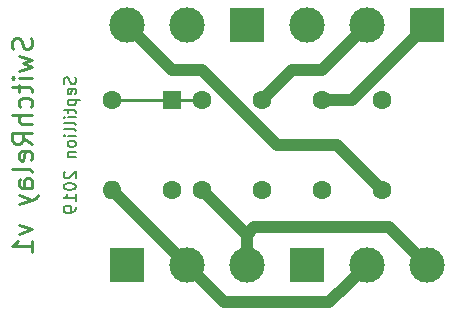
<source format=gbl>
G04 #@! TF.GenerationSoftware,KiCad,Pcbnew,(5.1.4)-1*
G04 #@! TF.CreationDate,2019-08-31T15:58:00+02:00*
G04 #@! TF.ProjectId,SwitchRelay,53776974-6368-4526-956c-61792e6b6963,1.0*
G04 #@! TF.SameCoordinates,Original*
G04 #@! TF.FileFunction,Copper,L2,Bot*
G04 #@! TF.FilePolarity,Positive*
%FSLAX46Y46*%
G04 Gerber Fmt 4.6, Leading zero omitted, Abs format (unit mm)*
G04 Created by KiCad (PCBNEW (5.1.4)-1) date 2019-08-31 15:58:00*
%MOMM*%
%LPD*%
G04 APERTURE LIST*
%ADD10C,0.254000*%
%ADD11C,0.203200*%
%ADD12C,3.000000*%
%ADD13R,3.000000X3.000000*%
%ADD14O,1.600000X1.600000*%
%ADD15C,1.600000*%
%ADD16R,1.600000X1.600000*%
%ADD17C,1.016000*%
%ADD18C,0.250000*%
G04 APERTURE END LIST*
D10*
X120773261Y-107163809D02*
X120851880Y-107399666D01*
X120851880Y-107792761D01*
X120773261Y-107950000D01*
X120694642Y-108028619D01*
X120537404Y-108107238D01*
X120380166Y-108107238D01*
X120222928Y-108028619D01*
X120144309Y-107950000D01*
X120065690Y-107792761D01*
X119987071Y-107478285D01*
X119908452Y-107321047D01*
X119829833Y-107242428D01*
X119672595Y-107163809D01*
X119515357Y-107163809D01*
X119358119Y-107242428D01*
X119279500Y-107321047D01*
X119200880Y-107478285D01*
X119200880Y-107871380D01*
X119279500Y-108107238D01*
X119751214Y-108657571D02*
X120851880Y-108972047D01*
X120065690Y-109286523D01*
X120851880Y-109601000D01*
X119751214Y-109915476D01*
X120851880Y-110544428D02*
X119751214Y-110544428D01*
X119200880Y-110544428D02*
X119279500Y-110465809D01*
X119358119Y-110544428D01*
X119279500Y-110623047D01*
X119200880Y-110544428D01*
X119358119Y-110544428D01*
X119751214Y-111094761D02*
X119751214Y-111723714D01*
X119200880Y-111330619D02*
X120616023Y-111330619D01*
X120773261Y-111409238D01*
X120851880Y-111566476D01*
X120851880Y-111723714D01*
X120773261Y-112981619D02*
X120851880Y-112824380D01*
X120851880Y-112509904D01*
X120773261Y-112352666D01*
X120694642Y-112274047D01*
X120537404Y-112195428D01*
X120065690Y-112195428D01*
X119908452Y-112274047D01*
X119829833Y-112352666D01*
X119751214Y-112509904D01*
X119751214Y-112824380D01*
X119829833Y-112981619D01*
X120851880Y-113689190D02*
X119200880Y-113689190D01*
X120851880Y-114396761D02*
X119987071Y-114396761D01*
X119829833Y-114318142D01*
X119751214Y-114160904D01*
X119751214Y-113925047D01*
X119829833Y-113767809D01*
X119908452Y-113689190D01*
X120851880Y-116126380D02*
X120065690Y-115576047D01*
X120851880Y-115182952D02*
X119200880Y-115182952D01*
X119200880Y-115811904D01*
X119279500Y-115969142D01*
X119358119Y-116047761D01*
X119515357Y-116126380D01*
X119751214Y-116126380D01*
X119908452Y-116047761D01*
X119987071Y-115969142D01*
X120065690Y-115811904D01*
X120065690Y-115182952D01*
X120773261Y-117462904D02*
X120851880Y-117305666D01*
X120851880Y-116991190D01*
X120773261Y-116833952D01*
X120616023Y-116755333D01*
X119987071Y-116755333D01*
X119829833Y-116833952D01*
X119751214Y-116991190D01*
X119751214Y-117305666D01*
X119829833Y-117462904D01*
X119987071Y-117541523D01*
X120144309Y-117541523D01*
X120301547Y-116755333D01*
X120851880Y-118484952D02*
X120773261Y-118327714D01*
X120616023Y-118249095D01*
X119200880Y-118249095D01*
X120851880Y-119821476D02*
X119987071Y-119821476D01*
X119829833Y-119742857D01*
X119751214Y-119585619D01*
X119751214Y-119271142D01*
X119829833Y-119113904D01*
X120773261Y-119821476D02*
X120851880Y-119664238D01*
X120851880Y-119271142D01*
X120773261Y-119113904D01*
X120616023Y-119035285D01*
X120458785Y-119035285D01*
X120301547Y-119113904D01*
X120222928Y-119271142D01*
X120222928Y-119664238D01*
X120144309Y-119821476D01*
X119751214Y-120450428D02*
X120851880Y-120843523D01*
X119751214Y-121236619D02*
X120851880Y-120843523D01*
X121244976Y-120686285D01*
X121323595Y-120607666D01*
X121402214Y-120450428D01*
X119751214Y-122966238D02*
X120851880Y-123359333D01*
X119751214Y-123752428D01*
X120851880Y-125246190D02*
X120851880Y-124302761D01*
X120851880Y-124774476D02*
X119200880Y-124774476D01*
X119436738Y-124617238D01*
X119593976Y-124460000D01*
X119672595Y-124302761D01*
D11*
X124516238Y-110471857D02*
X124564619Y-110617000D01*
X124564619Y-110858904D01*
X124516238Y-110955666D01*
X124467857Y-111004047D01*
X124371095Y-111052428D01*
X124274333Y-111052428D01*
X124177571Y-111004047D01*
X124129190Y-110955666D01*
X124080809Y-110858904D01*
X124032428Y-110665380D01*
X123984047Y-110568619D01*
X123935666Y-110520238D01*
X123838904Y-110471857D01*
X123742142Y-110471857D01*
X123645380Y-110520238D01*
X123597000Y-110568619D01*
X123548619Y-110665380D01*
X123548619Y-110907285D01*
X123597000Y-111052428D01*
X124516238Y-111874904D02*
X124564619Y-111778142D01*
X124564619Y-111584619D01*
X124516238Y-111487857D01*
X124419476Y-111439476D01*
X124032428Y-111439476D01*
X123935666Y-111487857D01*
X123887285Y-111584619D01*
X123887285Y-111778142D01*
X123935666Y-111874904D01*
X124032428Y-111923285D01*
X124129190Y-111923285D01*
X124225952Y-111439476D01*
X123887285Y-112358714D02*
X124903285Y-112358714D01*
X123935666Y-112358714D02*
X123887285Y-112455476D01*
X123887285Y-112649000D01*
X123935666Y-112745761D01*
X123984047Y-112794142D01*
X124080809Y-112842523D01*
X124371095Y-112842523D01*
X124467857Y-112794142D01*
X124516238Y-112745761D01*
X124564619Y-112649000D01*
X124564619Y-112455476D01*
X124516238Y-112358714D01*
X123887285Y-113132809D02*
X123887285Y-113519857D01*
X123548619Y-113277952D02*
X124419476Y-113277952D01*
X124516238Y-113326333D01*
X124564619Y-113423095D01*
X124564619Y-113519857D01*
X124564619Y-113858523D02*
X123887285Y-113858523D01*
X123548619Y-113858523D02*
X123597000Y-113810142D01*
X123645380Y-113858523D01*
X123597000Y-113906904D01*
X123548619Y-113858523D01*
X123645380Y-113858523D01*
X124564619Y-114487476D02*
X124516238Y-114390714D01*
X124419476Y-114342333D01*
X123548619Y-114342333D01*
X124564619Y-115019666D02*
X124516238Y-114922904D01*
X124419476Y-114874523D01*
X123548619Y-114874523D01*
X124564619Y-115406714D02*
X123887285Y-115406714D01*
X123548619Y-115406714D02*
X123597000Y-115358333D01*
X123645380Y-115406714D01*
X123597000Y-115455095D01*
X123548619Y-115406714D01*
X123645380Y-115406714D01*
X124564619Y-116035666D02*
X124516238Y-115938904D01*
X124467857Y-115890523D01*
X124371095Y-115842142D01*
X124080809Y-115842142D01*
X123984047Y-115890523D01*
X123935666Y-115938904D01*
X123887285Y-116035666D01*
X123887285Y-116180809D01*
X123935666Y-116277571D01*
X123984047Y-116325952D01*
X124080809Y-116374333D01*
X124371095Y-116374333D01*
X124467857Y-116325952D01*
X124516238Y-116277571D01*
X124564619Y-116180809D01*
X124564619Y-116035666D01*
X123887285Y-116809761D02*
X124564619Y-116809761D01*
X123984047Y-116809761D02*
X123935666Y-116858142D01*
X123887285Y-116954904D01*
X123887285Y-117100047D01*
X123935666Y-117196809D01*
X124032428Y-117245190D01*
X124564619Y-117245190D01*
X123645380Y-118454714D02*
X123597000Y-118503095D01*
X123548619Y-118599857D01*
X123548619Y-118841761D01*
X123597000Y-118938523D01*
X123645380Y-118986904D01*
X123742142Y-119035285D01*
X123838904Y-119035285D01*
X123984047Y-118986904D01*
X124564619Y-118406333D01*
X124564619Y-119035285D01*
X123548619Y-119664238D02*
X123548619Y-119761000D01*
X123597000Y-119857761D01*
X123645380Y-119906142D01*
X123742142Y-119954523D01*
X123935666Y-120002904D01*
X124177571Y-120002904D01*
X124371095Y-119954523D01*
X124467857Y-119906142D01*
X124516238Y-119857761D01*
X124564619Y-119761000D01*
X124564619Y-119664238D01*
X124516238Y-119567476D01*
X124467857Y-119519095D01*
X124371095Y-119470714D01*
X124177571Y-119422333D01*
X123935666Y-119422333D01*
X123742142Y-119470714D01*
X123645380Y-119519095D01*
X123597000Y-119567476D01*
X123548619Y-119664238D01*
X124564619Y-120970523D02*
X124564619Y-120389952D01*
X124564619Y-120680238D02*
X123548619Y-120680238D01*
X123693761Y-120583476D01*
X123790523Y-120486714D01*
X123838904Y-120389952D01*
X124564619Y-121454333D02*
X124564619Y-121647857D01*
X124516238Y-121744619D01*
X124467857Y-121793000D01*
X124322714Y-121889761D01*
X124129190Y-121938142D01*
X123742142Y-121938142D01*
X123645380Y-121889761D01*
X123597000Y-121841380D01*
X123548619Y-121744619D01*
X123548619Y-121551095D01*
X123597000Y-121454333D01*
X123645380Y-121405952D01*
X123742142Y-121357571D01*
X123984047Y-121357571D01*
X124080809Y-121405952D01*
X124129190Y-121454333D01*
X124177571Y-121551095D01*
X124177571Y-121744619D01*
X124129190Y-121841380D01*
X124080809Y-121889761D01*
X123984047Y-121938142D01*
D12*
X139065000Y-126365000D03*
X133985000Y-126365000D03*
D13*
X128905000Y-126365000D03*
D12*
X154305000Y-126365000D03*
X149225000Y-126365000D03*
D13*
X144145000Y-126365000D03*
D12*
X144145000Y-106045000D03*
X149225000Y-106045000D03*
D13*
X154305000Y-106045000D03*
D14*
X127635000Y-120015000D03*
D15*
X127635000Y-112395000D03*
X135255000Y-120015000D03*
X135255000Y-112395000D03*
X132715000Y-120015000D03*
X140335000Y-120015000D03*
X145415000Y-120015000D03*
X150495000Y-120015000D03*
X150495000Y-112395000D03*
X145415000Y-112395000D03*
X140335000Y-112395000D03*
D16*
X132715000Y-112395000D03*
D12*
X128905000Y-106045000D03*
X133985000Y-106045000D03*
D13*
X139065000Y-106045000D03*
D17*
X139065000Y-123825000D02*
X135255000Y-120015000D01*
X139065000Y-126365000D02*
X139065000Y-123825000D01*
X139700000Y-123190000D02*
X139065000Y-123825000D01*
X154305000Y-126365000D02*
X151130000Y-123190000D01*
X151130000Y-123190000D02*
X139700000Y-123190000D01*
X127635000Y-120015000D02*
X133985000Y-126365000D01*
X147725001Y-127864999D02*
X149225000Y-126365000D01*
X146050000Y-129540000D02*
X147725001Y-127864999D01*
X133985000Y-126365000D02*
X137160000Y-129540000D01*
X137160000Y-129540000D02*
X146050000Y-129540000D01*
X130404999Y-107544999D02*
X128905000Y-106045000D01*
X132715000Y-109855000D02*
X130404999Y-107544999D01*
X135255000Y-109855000D02*
X132715000Y-109855000D01*
X141605000Y-116205000D02*
X135255000Y-109855000D01*
X150495000Y-120015000D02*
X146685000Y-116205000D01*
X146685000Y-116205000D02*
X141605000Y-116205000D01*
X147725001Y-107544999D02*
X149225000Y-106045000D01*
X145415000Y-109855000D02*
X147725001Y-107544999D01*
X140335000Y-112395000D02*
X142875000Y-109855000D01*
X142875000Y-109855000D02*
X145415000Y-109855000D01*
X147955000Y-112395000D02*
X154305000Y-106045000D01*
X145415000Y-112395000D02*
X147955000Y-112395000D01*
D18*
X135255000Y-112395000D02*
X132715000Y-112395000D01*
X132715000Y-112395000D02*
X127635000Y-112395000D01*
M02*

</source>
